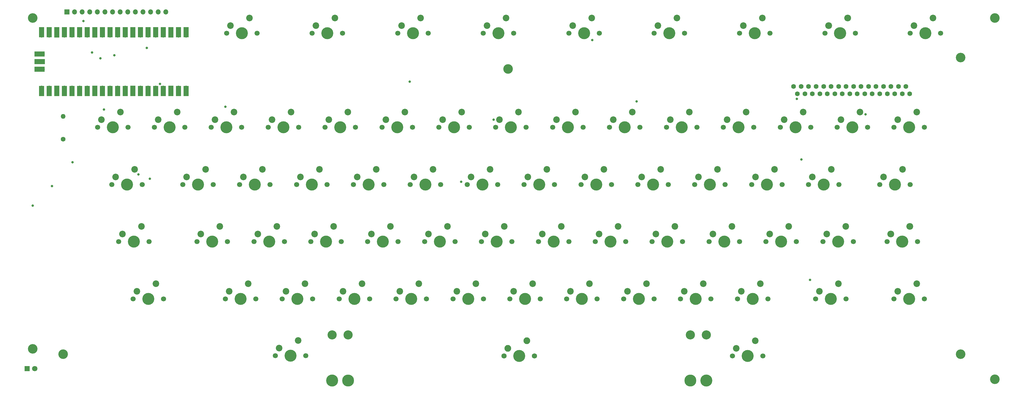
<source format=gbs>
G04 #@! TF.GenerationSoftware,KiCad,Pcbnew,5.1.9+dfsg1-1*
G04 #@! TF.CreationDate,2022-01-21T12:18:13+01:00*
G04 #@! TF.ProjectId,Atari130MX,41746172-6931-4333-904d-582e6b696361,Jan 2022*
G04 #@! TF.SameCoordinates,Original*
G04 #@! TF.FileFunction,Soldermask,Bot*
G04 #@! TF.FilePolarity,Negative*
%FSLAX46Y46*%
G04 Gerber Fmt 4.6, Leading zero omitted, Abs format (unit mm)*
G04 Created by KiCad (PCBNEW 5.1.9+dfsg1-1) date 2022-01-21 12:18:13*
%MOMM*%
%LPD*%
G01*
G04 APERTURE LIST*
%ADD10O,1.700000X1.700000*%
%ADD11R,1.700000X1.700000*%
%ADD12R,1.700000X3.500000*%
%ADD13R,3.500000X1.700000*%
%ADD14C,2.200000*%
%ADD15C,4.000000*%
%ADD16C,1.700000*%
%ADD17C,1.600000*%
%ADD18O,1.600000X1.600000*%
%ADD19C,1.800000*%
%ADD20R,1.800000X1.800000*%
%ADD21C,3.200000*%
%ADD22C,2.250000*%
%ADD23C,3.987800*%
%ADD24C,1.750000*%
%ADD25C,3.048000*%
%ADD26C,3.050000*%
%ADD27C,0.800000*%
G04 APERTURE END LIST*
D10*
X78290000Y-51000000D03*
X75750000Y-51000000D03*
D11*
X73210000Y-51000000D03*
D10*
X70670000Y-51000000D03*
X68130000Y-51000000D03*
X65590000Y-51000000D03*
X63050000Y-51000000D03*
D11*
X60510000Y-51000000D03*
D10*
X57970000Y-51000000D03*
X55430000Y-51000000D03*
X52890000Y-51000000D03*
X50350000Y-51000000D03*
D11*
X47810000Y-51000000D03*
D10*
X45270000Y-51000000D03*
X42730000Y-51000000D03*
X40190000Y-51000000D03*
X37650000Y-51000000D03*
D11*
X35110000Y-51000000D03*
D10*
X32570000Y-51000000D03*
X30030000Y-51000000D03*
X30030000Y-33220000D03*
X32570000Y-33220000D03*
D11*
X35110000Y-33220000D03*
D10*
X37650000Y-33220000D03*
X40190000Y-33220000D03*
X42730000Y-33220000D03*
X45270000Y-33220000D03*
D11*
X47810000Y-33220000D03*
D10*
X50350000Y-33220000D03*
X52890000Y-33220000D03*
X55430000Y-33220000D03*
X57970000Y-33220000D03*
D11*
X60510000Y-33220000D03*
D10*
X63050000Y-33220000D03*
X65590000Y-33220000D03*
X68130000Y-33220000D03*
X70670000Y-33220000D03*
D11*
X73210000Y-33220000D03*
D10*
X75750000Y-33220000D03*
X78290000Y-33220000D03*
D12*
X78290000Y-51900000D03*
X75750000Y-51900000D03*
X73210000Y-51900000D03*
X70670000Y-51900000D03*
X68130000Y-51900000D03*
X65590000Y-51900000D03*
X63050000Y-51900000D03*
X60510000Y-51900000D03*
X57970000Y-51900000D03*
X55430000Y-51900000D03*
X52890000Y-51900000D03*
X50350000Y-51900000D03*
X47810000Y-51900000D03*
X45270000Y-51900000D03*
X42730000Y-51900000D03*
X40190000Y-51900000D03*
X37650000Y-51900000D03*
X35110000Y-51900000D03*
X32570000Y-51900000D03*
X30030000Y-51900000D03*
X78290000Y-32320000D03*
X75750000Y-32320000D03*
X73210000Y-32320000D03*
X70670000Y-32320000D03*
X68130000Y-32320000D03*
X65590000Y-32320000D03*
X63050000Y-32320000D03*
X60510000Y-32320000D03*
X57970000Y-32320000D03*
X55430000Y-32320000D03*
X52890000Y-32320000D03*
X50350000Y-32320000D03*
X47810000Y-32320000D03*
X45270000Y-32320000D03*
X42730000Y-32320000D03*
X40190000Y-32320000D03*
X37650000Y-32320000D03*
X35110000Y-32320000D03*
X32570000Y-32320000D03*
X30030000Y-32320000D03*
D13*
X29360000Y-44650000D03*
D10*
X30260000Y-44650000D03*
D13*
X29360000Y-42110000D03*
D11*
X30260000Y-42110000D03*
D13*
X29360000Y-39570000D03*
D10*
X30260000Y-39570000D03*
D14*
X319950000Y-97150000D03*
D15*
X317410000Y-102230000D03*
D16*
X312330000Y-102230000D03*
X322490000Y-102230000D03*
D14*
X313600000Y-99690000D03*
D15*
X317400000Y-102230000D03*
D14*
X313590000Y-99690000D03*
X319940000Y-97150000D03*
X56300000Y-58990000D03*
D15*
X53760000Y-64070000D03*
D16*
X48680000Y-64070000D03*
X58840000Y-64070000D03*
D14*
X49950000Y-61530000D03*
D15*
X53760000Y-64060000D03*
D14*
X49950000Y-61520000D03*
X56300000Y-58980000D03*
X170300000Y-58990000D03*
D15*
X167760000Y-64070000D03*
D16*
X162680000Y-64070000D03*
X172840000Y-64070000D03*
D14*
X163950000Y-61530000D03*
D15*
X167760000Y-64060000D03*
D14*
X163950000Y-61520000D03*
X170300000Y-58980000D03*
X99000000Y-116260000D03*
D15*
X96460000Y-121340000D03*
D16*
X91380000Y-121340000D03*
X101540000Y-121340000D03*
D14*
X92650000Y-118800000D03*
D15*
X96460000Y-121330000D03*
D14*
X92650000Y-118790000D03*
X99000000Y-116250000D03*
X179760000Y-78090000D03*
D15*
X177220000Y-83170000D03*
D16*
X172140000Y-83170000D03*
X182300000Y-83170000D03*
D14*
X173410000Y-80630000D03*
D15*
X177220000Y-83160000D03*
D14*
X173410000Y-80620000D03*
X179760000Y-78080000D03*
X118000000Y-116260000D03*
D15*
X115460000Y-121340000D03*
D16*
X110380000Y-121340000D03*
X120540000Y-121340000D03*
D14*
X111650000Y-118800000D03*
D15*
X115460000Y-121330000D03*
D14*
X111650000Y-118790000D03*
X118000000Y-116250000D03*
X103760000Y-78090000D03*
D15*
X101220000Y-83170000D03*
D16*
X96140000Y-83170000D03*
X106300000Y-83170000D03*
D14*
X97410000Y-80630000D03*
D15*
X101220000Y-83160000D03*
D14*
X97410000Y-80620000D03*
X103760000Y-78080000D03*
X156000000Y-116260000D03*
D15*
X153460000Y-121340000D03*
D16*
X148380000Y-121340000D03*
X158540000Y-121340000D03*
D14*
X149650000Y-118800000D03*
D15*
X153460000Y-121330000D03*
D14*
X149650000Y-118790000D03*
X156000000Y-116250000D03*
X198760000Y-78090000D03*
D15*
X196220000Y-83170000D03*
D16*
X191140000Y-83170000D03*
X201300000Y-83170000D03*
D14*
X192410000Y-80630000D03*
D15*
X196220000Y-83160000D03*
D14*
X192410000Y-80620000D03*
X198760000Y-78080000D03*
X160760000Y-78090000D03*
D15*
X158220000Y-83170000D03*
D16*
X153140000Y-83170000D03*
X163300000Y-83170000D03*
D14*
X154410000Y-80630000D03*
D15*
X158220000Y-83160000D03*
D14*
X154410000Y-80620000D03*
X160760000Y-78080000D03*
X298540000Y-97160000D03*
D15*
X296000000Y-102240000D03*
D16*
X290920000Y-102240000D03*
X301080000Y-102240000D03*
D14*
X292190000Y-99700000D03*
D15*
X296000000Y-102230000D03*
D14*
X292190000Y-99690000D03*
X298540000Y-97150000D03*
X270000000Y-116260000D03*
D15*
X267460000Y-121340000D03*
D16*
X262380000Y-121340000D03*
X272540000Y-121340000D03*
D14*
X263650000Y-118800000D03*
D15*
X267460000Y-121330000D03*
D14*
X263650000Y-118790000D03*
X270000000Y-116250000D03*
X260540000Y-97160000D03*
D15*
X258000000Y-102240000D03*
D16*
X252920000Y-102240000D03*
X263080000Y-102240000D03*
D14*
X254190000Y-99700000D03*
D15*
X258000000Y-102230000D03*
D14*
X254190000Y-99690000D03*
X260540000Y-97150000D03*
X108540000Y-97160000D03*
D15*
X106000000Y-102240000D03*
D16*
X100920000Y-102240000D03*
X111080000Y-102240000D03*
D14*
X102190000Y-99700000D03*
D15*
X106000000Y-102230000D03*
D14*
X102190000Y-99690000D03*
X108540000Y-97150000D03*
X141760000Y-78090000D03*
D15*
X139220000Y-83170000D03*
D16*
X134140000Y-83170000D03*
X144300000Y-83170000D03*
D14*
X135410000Y-80630000D03*
D15*
X139220000Y-83160000D03*
D14*
X135410000Y-80620000D03*
X141760000Y-78080000D03*
X84760000Y-78090000D03*
D15*
X82220000Y-83170000D03*
D16*
X77140000Y-83170000D03*
X87300000Y-83170000D03*
D14*
X78410000Y-80630000D03*
D15*
X82220000Y-83160000D03*
D14*
X78410000Y-80620000D03*
X84760000Y-78080000D03*
X279540000Y-97160000D03*
D15*
X277000000Y-102240000D03*
D16*
X271920000Y-102240000D03*
X282080000Y-102240000D03*
D14*
X273190000Y-99700000D03*
D15*
X277000000Y-102230000D03*
D14*
X273190000Y-99690000D03*
X279540000Y-97150000D03*
X251000000Y-116260000D03*
D15*
X248460000Y-121340000D03*
D16*
X243380000Y-121340000D03*
X253540000Y-121340000D03*
D14*
X244650000Y-118800000D03*
D15*
X248460000Y-121330000D03*
D14*
X244650000Y-118790000D03*
X251000000Y-116250000D03*
X255760000Y-78090000D03*
D15*
X253220000Y-83170000D03*
D16*
X248140000Y-83170000D03*
X258300000Y-83170000D03*
D14*
X249410000Y-80630000D03*
D15*
X253220000Y-83160000D03*
D14*
X249410000Y-80620000D03*
X255760000Y-78080000D03*
X236760000Y-78090000D03*
D15*
X234220000Y-83170000D03*
D16*
X229140000Y-83170000D03*
X239300000Y-83170000D03*
D14*
X230410000Y-80630000D03*
D15*
X234220000Y-83160000D03*
D14*
X230410000Y-80620000D03*
X236760000Y-78080000D03*
X194000000Y-116260000D03*
D15*
X191460000Y-121340000D03*
D16*
X186380000Y-121340000D03*
X196540000Y-121340000D03*
D14*
X187650000Y-118800000D03*
D15*
X191460000Y-121330000D03*
D14*
X187650000Y-118790000D03*
X194000000Y-116250000D03*
X213000000Y-116260000D03*
D15*
X210460000Y-121340000D03*
D16*
X205380000Y-121340000D03*
X215540000Y-121340000D03*
D14*
X206650000Y-118800000D03*
D15*
X210460000Y-121330000D03*
D14*
X206650000Y-118790000D03*
X213000000Y-116250000D03*
X265300000Y-58990000D03*
D15*
X262760000Y-64070000D03*
D16*
X257680000Y-64070000D03*
X267840000Y-64070000D03*
D14*
X258950000Y-61530000D03*
D15*
X262760000Y-64060000D03*
D14*
X258950000Y-61520000D03*
X265300000Y-58980000D03*
X241540000Y-97160000D03*
D15*
X239000000Y-102240000D03*
D16*
X233920000Y-102240000D03*
X244080000Y-102240000D03*
D14*
X235190000Y-99700000D03*
D15*
X239000000Y-102230000D03*
D14*
X235190000Y-99690000D03*
X241540000Y-97150000D03*
X222540000Y-97160000D03*
D15*
X220000000Y-102240000D03*
D16*
X214920000Y-102240000D03*
X225080000Y-102240000D03*
D14*
X216190000Y-99700000D03*
D15*
X220000000Y-102230000D03*
D14*
X216190000Y-99690000D03*
X222540000Y-97150000D03*
X203540000Y-97160000D03*
D15*
X201000000Y-102240000D03*
D16*
X195920000Y-102240000D03*
X206080000Y-102240000D03*
D14*
X197190000Y-99700000D03*
D15*
X201000000Y-102230000D03*
D14*
X197190000Y-99690000D03*
X203540000Y-97150000D03*
X322300000Y-116260000D03*
D15*
X319760000Y-121340000D03*
D16*
X314680000Y-121340000D03*
X324840000Y-121340000D03*
D14*
X315950000Y-118800000D03*
D15*
X319760000Y-121330000D03*
D14*
X315950000Y-118790000D03*
X322300000Y-116250000D03*
X217760000Y-78090000D03*
D15*
X215220000Y-83170000D03*
D16*
X210140000Y-83170000D03*
X220300000Y-83170000D03*
D14*
X211410000Y-80630000D03*
D15*
X215220000Y-83160000D03*
D14*
X211410000Y-80620000D03*
X217760000Y-78080000D03*
X184540000Y-97160000D03*
D15*
X182000000Y-102240000D03*
D16*
X176920000Y-102240000D03*
X187080000Y-102240000D03*
D14*
X178190000Y-99700000D03*
D15*
X182000000Y-102230000D03*
D14*
X178190000Y-99690000D03*
X184540000Y-97150000D03*
X284300000Y-58990000D03*
D15*
X281760000Y-64070000D03*
D16*
X276680000Y-64070000D03*
X286840000Y-64070000D03*
D14*
X277950000Y-61530000D03*
D15*
X281760000Y-64060000D03*
D14*
X277950000Y-61520000D03*
X284300000Y-58980000D03*
X165540000Y-97160000D03*
D15*
X163000000Y-102240000D03*
D16*
X157920000Y-102240000D03*
X168080000Y-102240000D03*
D14*
X159190000Y-99700000D03*
D15*
X163000000Y-102230000D03*
D14*
X159190000Y-99690000D03*
X165540000Y-97150000D03*
X293760000Y-78090000D03*
D15*
X291220000Y-83170000D03*
D16*
X286140000Y-83170000D03*
X296300000Y-83170000D03*
D14*
X287410000Y-80630000D03*
D15*
X291220000Y-83160000D03*
D14*
X287410000Y-80620000D03*
X293760000Y-78080000D03*
X122760000Y-78090000D03*
D15*
X120220000Y-83170000D03*
D16*
X115140000Y-83170000D03*
X125300000Y-83170000D03*
D14*
X116410000Y-80630000D03*
D15*
X120220000Y-83160000D03*
D14*
X116410000Y-80620000D03*
X122760000Y-78080000D03*
X303300000Y-58990000D03*
D15*
X300760000Y-64070000D03*
D16*
X295680000Y-64070000D03*
X305840000Y-64070000D03*
D14*
X296950000Y-61530000D03*
D15*
X300760000Y-64060000D03*
D14*
X296950000Y-61520000D03*
X303300000Y-58980000D03*
X274760000Y-78090000D03*
D15*
X272220000Y-83170000D03*
D16*
X267140000Y-83170000D03*
X277300000Y-83170000D03*
D14*
X268410000Y-80630000D03*
D15*
X272220000Y-83160000D03*
D14*
X268410000Y-80620000D03*
X274760000Y-78080000D03*
X127540000Y-97160000D03*
D15*
X125000000Y-102240000D03*
D16*
X119920000Y-102240000D03*
X130080000Y-102240000D03*
D14*
X121190000Y-99700000D03*
D15*
X125000000Y-102230000D03*
D14*
X121190000Y-99690000D03*
X127540000Y-97150000D03*
X232000000Y-116260000D03*
D15*
X229460000Y-121340000D03*
D16*
X224380000Y-121340000D03*
X234540000Y-121340000D03*
D14*
X225650000Y-118800000D03*
D15*
X229460000Y-121330000D03*
D14*
X225650000Y-118790000D03*
X232000000Y-116250000D03*
X137000000Y-116260000D03*
D15*
X134460000Y-121340000D03*
D16*
X129380000Y-121340000D03*
X139540000Y-121340000D03*
D14*
X130650000Y-118800000D03*
D15*
X134460000Y-121330000D03*
D14*
X130650000Y-118790000D03*
X137000000Y-116250000D03*
X322300000Y-58990000D03*
D15*
X319760000Y-64070000D03*
D16*
X314680000Y-64070000D03*
X324840000Y-64070000D03*
D14*
X315950000Y-61530000D03*
D15*
X319760000Y-64060000D03*
D14*
X315950000Y-61520000D03*
X322300000Y-58980000D03*
X175000000Y-116260000D03*
D15*
X172460000Y-121340000D03*
D16*
X167380000Y-121340000D03*
X177540000Y-121340000D03*
D14*
X168650000Y-118800000D03*
D15*
X172460000Y-121330000D03*
D14*
X168650000Y-118790000D03*
X175000000Y-116250000D03*
X89540000Y-97160000D03*
D15*
X87000000Y-102240000D03*
D16*
X81920000Y-102240000D03*
X92080000Y-102240000D03*
D14*
X83190000Y-99700000D03*
D15*
X87000000Y-102230000D03*
D14*
X83190000Y-99690000D03*
X89540000Y-97150000D03*
X227300000Y-58990000D03*
D15*
X224760000Y-64070000D03*
D16*
X219680000Y-64070000D03*
X229840000Y-64070000D03*
D14*
X220950000Y-61530000D03*
D15*
X224760000Y-64060000D03*
D14*
X220950000Y-61520000D03*
X227300000Y-58980000D03*
X208300000Y-58990000D03*
D15*
X205760000Y-64070000D03*
D16*
X200680000Y-64070000D03*
X210840000Y-64070000D03*
D14*
X201950000Y-61530000D03*
D15*
X205760000Y-64060000D03*
D14*
X201950000Y-61520000D03*
X208300000Y-58980000D03*
X189300000Y-58990000D03*
D15*
X186760000Y-64070000D03*
D16*
X181680000Y-64070000D03*
X191840000Y-64070000D03*
D14*
X182950000Y-61530000D03*
D15*
X186760000Y-64060000D03*
D14*
X182950000Y-61520000D03*
X189300000Y-58980000D03*
X151300000Y-58990000D03*
D15*
X148760000Y-64070000D03*
D16*
X143680000Y-64070000D03*
X153840000Y-64070000D03*
D14*
X144950000Y-61530000D03*
D15*
X148760000Y-64060000D03*
D14*
X144950000Y-61520000D03*
X151300000Y-58980000D03*
X132300000Y-58990000D03*
D15*
X129760000Y-64070000D03*
D16*
X124680000Y-64070000D03*
X134840000Y-64070000D03*
D14*
X125950000Y-61530000D03*
D15*
X129760000Y-64060000D03*
D14*
X125950000Y-61520000D03*
X132300000Y-58980000D03*
X113300000Y-58990000D03*
D15*
X110760000Y-64070000D03*
D16*
X105680000Y-64070000D03*
X115840000Y-64070000D03*
D14*
X106950000Y-61530000D03*
D15*
X110760000Y-64060000D03*
D14*
X106950000Y-61520000D03*
X113300000Y-58980000D03*
X94300000Y-58990000D03*
D15*
X91760000Y-64070000D03*
D16*
X86680000Y-64070000D03*
X96840000Y-64070000D03*
D14*
X87950000Y-61530000D03*
D15*
X91760000Y-64060000D03*
D14*
X87950000Y-61520000D03*
X94300000Y-58980000D03*
X75300000Y-58990000D03*
D15*
X72760000Y-64070000D03*
D16*
X67680000Y-64070000D03*
X77840000Y-64070000D03*
D14*
X68950000Y-61530000D03*
D15*
X72760000Y-64060000D03*
D14*
X68950000Y-61520000D03*
X75300000Y-58980000D03*
X246300000Y-58990000D03*
D15*
X243760000Y-64070000D03*
D16*
X238680000Y-64070000D03*
X248840000Y-64070000D03*
D14*
X239950000Y-61530000D03*
D15*
X243760000Y-64060000D03*
D14*
X239950000Y-61520000D03*
X246300000Y-58980000D03*
X146540000Y-97160000D03*
D15*
X144000000Y-102240000D03*
D16*
X138920000Y-102240000D03*
X149080000Y-102240000D03*
D14*
X140190000Y-99700000D03*
D15*
X144000000Y-102230000D03*
D14*
X140190000Y-99690000D03*
X146540000Y-97150000D03*
D17*
X319910000Y-52860000D03*
X318660000Y-50360000D03*
X317410000Y-52860000D03*
X316160000Y-50360000D03*
X314910000Y-52860000D03*
X313660000Y-50360000D03*
X312410000Y-52860000D03*
X311160000Y-50360000D03*
X309910000Y-52860000D03*
X308660000Y-50360000D03*
X307410000Y-52860000D03*
X306160000Y-50360000D03*
X304910000Y-52860000D03*
X303660000Y-50360000D03*
X302410000Y-52860000D03*
X301160000Y-50360000D03*
X299910000Y-52860000D03*
X298660000Y-50360000D03*
X297410000Y-52860000D03*
X296160000Y-50360000D03*
X294910000Y-52860000D03*
X293660000Y-50360000D03*
X292410000Y-52860000D03*
X291160000Y-50360000D03*
X289910000Y-52860000D03*
X288660000Y-50360000D03*
X287410000Y-52860000D03*
X286160000Y-50360000D03*
X284910000Y-52860000D03*
X283660000Y-50360000D03*
X282410000Y-52860000D03*
X281160000Y-50360000D03*
D14*
X68150000Y-116250000D03*
D15*
X65610000Y-121330000D03*
D16*
X60530000Y-121330000D03*
X70690000Y-121330000D03*
D14*
X61800000Y-118790000D03*
D15*
X65610000Y-121330000D03*
D14*
X61800000Y-118790000D03*
X68150000Y-116250000D03*
X185135000Y-27520000D03*
D15*
X182595000Y-32600000D03*
D16*
X177515000Y-32600000D03*
X187675000Y-32600000D03*
D14*
X178785000Y-30060000D03*
X185125000Y-27530000D03*
D15*
X182585000Y-32610000D03*
D14*
X178775000Y-30070000D03*
X156560000Y-27520000D03*
D15*
X154020000Y-32600000D03*
D16*
X148940000Y-32600000D03*
X159100000Y-32600000D03*
D14*
X150210000Y-30060000D03*
X156550000Y-27530000D03*
D15*
X154010000Y-32610000D03*
D14*
X150200000Y-30070000D03*
X127985000Y-27520000D03*
D15*
X125445000Y-32600000D03*
D16*
X120365000Y-32600000D03*
X130525000Y-32600000D03*
D14*
X121635000Y-30060000D03*
X127975000Y-27530000D03*
D15*
X125435000Y-32610000D03*
D14*
X121625000Y-30070000D03*
X99410000Y-27520000D03*
D15*
X96870000Y-32600000D03*
D16*
X91790000Y-32600000D03*
X101950000Y-32600000D03*
D14*
X93060000Y-30060000D03*
X99400000Y-27530000D03*
D15*
X96860000Y-32610000D03*
D14*
X93050000Y-30070000D03*
D18*
X37220000Y-60425000D03*
D17*
X37220000Y-68045000D03*
D11*
X38440000Y-25500000D03*
D10*
X40980000Y-25500000D03*
X43520000Y-25500000D03*
X46060000Y-25500000D03*
X48600000Y-25500000D03*
X51140000Y-25500000D03*
X53680000Y-25500000D03*
X56220000Y-25500000D03*
X58760000Y-25500000D03*
X61300000Y-25500000D03*
X63840000Y-25500000D03*
X66380000Y-25500000D03*
X68920000Y-25500000D03*
X71460000Y-25500000D03*
D14*
X296125000Y-116240000D03*
D15*
X293585000Y-121320000D03*
D16*
X288505000Y-121320000D03*
X298665000Y-121320000D03*
D14*
X289775000Y-118780000D03*
D15*
X293585000Y-121330000D03*
D14*
X289775000Y-118790000D03*
X296125000Y-116250000D03*
X63340000Y-97140000D03*
D15*
X60800000Y-102220000D03*
D16*
X55720000Y-102220000D03*
X65880000Y-102220000D03*
D14*
X56990000Y-99680000D03*
D15*
X60800000Y-102230000D03*
D14*
X56990000Y-99690000D03*
X63340000Y-97150000D03*
X242210000Y-27520000D03*
D15*
X239670000Y-32600000D03*
D16*
X234590000Y-32600000D03*
X244750000Y-32600000D03*
D14*
X235860000Y-30060000D03*
X242200000Y-27530000D03*
D15*
X239660000Y-32610000D03*
D14*
X235850000Y-30070000D03*
X270710000Y-27520000D03*
D15*
X268170000Y-32600000D03*
D16*
X263090000Y-32600000D03*
X273250000Y-32600000D03*
D14*
X264360000Y-30060000D03*
X270700000Y-27530000D03*
D15*
X268160000Y-32610000D03*
D14*
X264350000Y-30070000D03*
X327710000Y-27520000D03*
D15*
X325170000Y-32600000D03*
D16*
X320090000Y-32600000D03*
X330250000Y-32600000D03*
D14*
X321360000Y-30060000D03*
X327700000Y-27530000D03*
D15*
X325160000Y-32610000D03*
D14*
X321350000Y-30070000D03*
X299210000Y-27520000D03*
D15*
X296670000Y-32600000D03*
D16*
X291590000Y-32600000D03*
X301750000Y-32600000D03*
D14*
X292860000Y-30060000D03*
X299200000Y-27530000D03*
D15*
X296660000Y-32610000D03*
D14*
X292850000Y-30070000D03*
X213710000Y-27520000D03*
D15*
X211170000Y-32600000D03*
D16*
X206090000Y-32600000D03*
X216250000Y-32600000D03*
D14*
X207360000Y-30060000D03*
X213700000Y-27530000D03*
D15*
X211160000Y-32610000D03*
D14*
X207350000Y-30070000D03*
D19*
X27700000Y-144610000D03*
D20*
X25160000Y-144610000D03*
D14*
X61050000Y-78060000D03*
D15*
X58510000Y-83140000D03*
D16*
X53430000Y-83140000D03*
X63590000Y-83140000D03*
D14*
X54700000Y-80600000D03*
D15*
X58520000Y-83160000D03*
D14*
X54710000Y-80620000D03*
X61060000Y-78080000D03*
X317550000Y-78060000D03*
D15*
X315010000Y-83140000D03*
D16*
X309930000Y-83140000D03*
X320090000Y-83140000D03*
D14*
X311200000Y-80600000D03*
D15*
X315020000Y-83160000D03*
D14*
X311210000Y-80620000D03*
X317560000Y-78080000D03*
D21*
X185810000Y-44550000D03*
X336940000Y-40740000D03*
X336940000Y-139800000D03*
X37220000Y-139800000D03*
X27010000Y-138020000D03*
X27010000Y-27530000D03*
X348320000Y-27530000D03*
X348320000Y-148180000D03*
D22*
X192030000Y-135300000D03*
D23*
X189490000Y-140380000D03*
D22*
X185680000Y-137840000D03*
D24*
X184410000Y-140380000D03*
X194570000Y-140380000D03*
D25*
X132340000Y-133395000D03*
X246640000Y-133395000D03*
D23*
X132340000Y-148635000D03*
X246640000Y-148635000D03*
D14*
X115700000Y-135270000D03*
D15*
X113160000Y-140350000D03*
D16*
X108080000Y-140350000D03*
X118240000Y-140350000D03*
D14*
X109350000Y-137810000D03*
D15*
X113160000Y-140340000D03*
D14*
X109350000Y-137800000D03*
X115700000Y-135260000D03*
X268300000Y-135300000D03*
D15*
X265760000Y-140380000D03*
D16*
X260680000Y-140380000D03*
X270840000Y-140380000D03*
D14*
X261950000Y-137840000D03*
D15*
X265760000Y-140370000D03*
D14*
X261950000Y-137830000D03*
X268300000Y-135290000D03*
D15*
X189490000Y-140360000D03*
D16*
X184410000Y-140360000D03*
X194570000Y-140360000D03*
D15*
X127030000Y-148600000D03*
D26*
X127030000Y-133360000D03*
X252030000Y-133360000D03*
D15*
X252030000Y-148600000D03*
D27*
X213913000Y-34940900D03*
X152949500Y-48782100D03*
X62329500Y-79800000D03*
X46828100Y-39057900D03*
X283720500Y-74759900D03*
X54289600Y-39962800D03*
X50803600Y-58097900D03*
X91384000Y-57215900D03*
X305203300Y-59700400D03*
X27069400Y-90165600D03*
X40291700Y-75736100D03*
X282193000Y-54578200D03*
X228753800Y-55404300D03*
X170121100Y-82193800D03*
X69511800Y-49552900D03*
X286650200Y-114979100D03*
X66181400Y-81221300D03*
X65102400Y-37497900D03*
X44000000Y-28563800D03*
X49655500Y-40994100D03*
X180948000Y-61483100D03*
X33488900Y-83698800D03*
M02*

</source>
